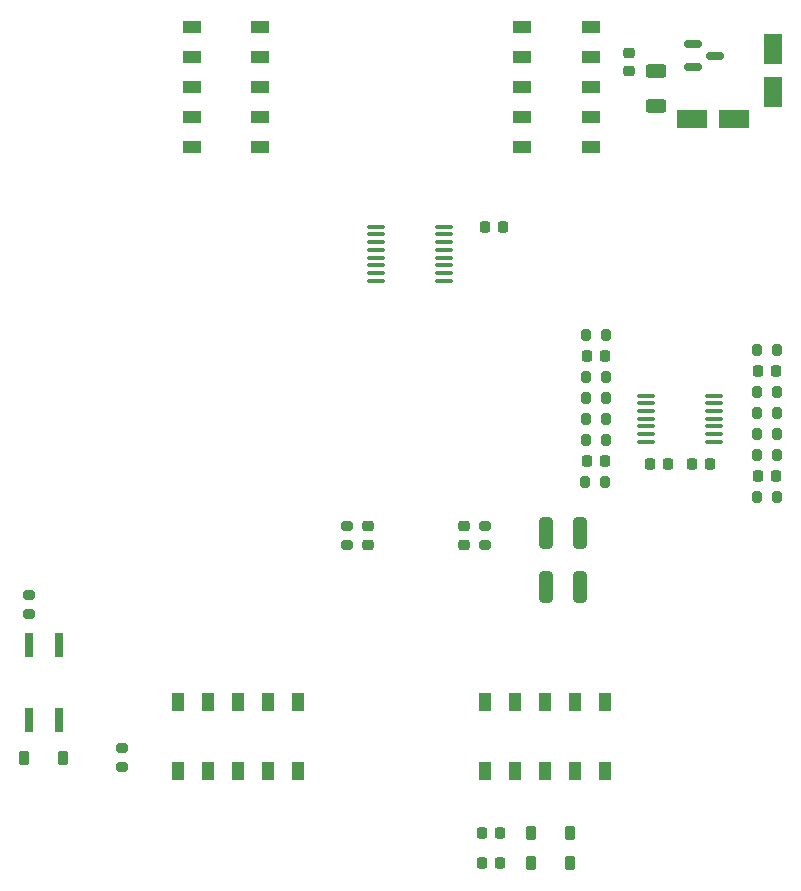
<source format=gbr>
%TF.GenerationSoftware,KiCad,Pcbnew,9.0.0*%
%TF.CreationDate,2025-03-18T19:24:19-04:00*%
%TF.ProjectId,200_Plattform,3230305f-506c-4617-9474-666f726d2e6b,A1*%
%TF.SameCoordinates,Original*%
%TF.FileFunction,Paste,Top*%
%TF.FilePolarity,Positive*%
%FSLAX45Y45*%
G04 Gerber Fmt 4.5, Leading zero omitted, Abs format (unit mm)*
G04 Created by KiCad (PCBNEW 9.0.0) date 2025-03-18 19:24:19*
%MOMM*%
%LPD*%
G01*
G04 APERTURE LIST*
G04 Aperture macros list*
%AMRoundRect*
0 Rectangle with rounded corners*
0 $1 Rounding radius*
0 $2 $3 $4 $5 $6 $7 $8 $9 X,Y pos of 4 corners*
0 Add a 4 corners polygon primitive as box body*
4,1,4,$2,$3,$4,$5,$6,$7,$8,$9,$2,$3,0*
0 Add four circle primitives for the rounded corners*
1,1,$1+$1,$2,$3*
1,1,$1+$1,$4,$5*
1,1,$1+$1,$6,$7*
1,1,$1+$1,$8,$9*
0 Add four rect primitives between the rounded corners*
20,1,$1+$1,$2,$3,$4,$5,0*
20,1,$1+$1,$4,$5,$6,$7,0*
20,1,$1+$1,$6,$7,$8,$9,0*
20,1,$1+$1,$8,$9,$2,$3,0*%
G04 Aperture macros list end*
%ADD10RoundRect,0.225000X-0.225000X-0.250000X0.225000X-0.250000X0.225000X0.250000X-0.225000X0.250000X0*%
%ADD11RoundRect,0.200000X0.200000X0.275000X-0.200000X0.275000X-0.200000X-0.275000X0.200000X-0.275000X0*%
%ADD12RoundRect,0.200000X-0.200000X-0.275000X0.200000X-0.275000X0.200000X0.275000X-0.200000X0.275000X0*%
%ADD13R,1.500000X1.000000*%
%ADD14RoundRect,0.225000X0.225000X0.375000X-0.225000X0.375000X-0.225000X-0.375000X0.225000X-0.375000X0*%
%ADD15RoundRect,0.225000X0.225000X0.250000X-0.225000X0.250000X-0.225000X-0.250000X0.225000X-0.250000X0*%
%ADD16RoundRect,0.250000X0.312500X1.075000X-0.312500X1.075000X-0.312500X-1.075000X0.312500X-1.075000X0*%
%ADD17RoundRect,0.150000X-0.587500X-0.150000X0.587500X-0.150000X0.587500X0.150000X-0.587500X0.150000X0*%
%ADD18R,1.000000X1.500000*%
%ADD19RoundRect,0.218750X0.256250X-0.218750X0.256250X0.218750X-0.256250X0.218750X-0.256250X-0.218750X0*%
%ADD20RoundRect,0.225000X-0.225000X-0.375000X0.225000X-0.375000X0.225000X0.375000X-0.225000X0.375000X0*%
%ADD21RoundRect,0.225000X0.250000X-0.225000X0.250000X0.225000X-0.250000X0.225000X-0.250000X-0.225000X0*%
%ADD22R,0.640000X2.000000*%
%ADD23RoundRect,0.200000X-0.275000X0.200000X-0.275000X-0.200000X0.275000X-0.200000X0.275000X0.200000X0*%
%ADD24RoundRect,0.250000X0.550000X-1.050000X0.550000X1.050000X-0.550000X1.050000X-0.550000X-1.050000X0*%
%ADD25RoundRect,0.250000X1.050000X0.550000X-1.050000X0.550000X-1.050000X-0.550000X1.050000X-0.550000X0*%
%ADD26RoundRect,0.100000X-0.637500X-0.100000X0.637500X-0.100000X0.637500X0.100000X-0.637500X0.100000X0*%
%ADD27RoundRect,0.200000X0.275000X-0.200000X0.275000X0.200000X-0.275000X0.200000X-0.275000X-0.200000X0*%
%ADD28RoundRect,0.250000X-0.625000X0.312500X-0.625000X-0.312500X0.625000X-0.312500X0.625000X0.312500X0*%
G04 APERTURE END LIST*
D10*
%TO.C,C4*%
X10742900Y-7899400D03*
X10897900Y-7899400D03*
%TD*%
D11*
%TO.C,R11*%
X10902900Y-8255000D03*
X10737900Y-8255000D03*
%TD*%
%TO.C,R14*%
X10902900Y-8610600D03*
X10737900Y-8610600D03*
%TD*%
D12*
%TO.C,R7*%
X9290100Y-7594600D03*
X9455100Y-7594600D03*
%TD*%
D13*
%TO.C,J13*%
X5950800Y-4990200D03*
X5950800Y-5244200D03*
X5950800Y-5498200D03*
X5950800Y-5752200D03*
X5950800Y-6006200D03*
X6530800Y-6006200D03*
X6530800Y-5752200D03*
X6530800Y-5498200D03*
X6530800Y-5244200D03*
X6530800Y-4990200D03*
%TD*%
D12*
%TO.C,R12*%
X10737900Y-8432800D03*
X10902900Y-8432800D03*
%TD*%
D14*
%TO.C,D5*%
X9156600Y-11811000D03*
X8826600Y-11811000D03*
%TD*%
D15*
%TO.C,C9*%
X8561100Y-12065000D03*
X8406100Y-12065000D03*
%TD*%
D16*
%TO.C,R3*%
X9239450Y-9728200D03*
X8946950Y-9728200D03*
%TD*%
D15*
%TO.C,C6*%
X10339100Y-8686800D03*
X10184100Y-8686800D03*
%TD*%
D17*
%TO.C,U3*%
X10193250Y-5137400D03*
X10193250Y-5327400D03*
X10380750Y-5232400D03*
%TD*%
D18*
%TO.C,J15*%
X8432800Y-11288200D03*
X8686800Y-11288200D03*
X8940800Y-11288200D03*
X9194800Y-11288200D03*
X9448800Y-11288200D03*
X9448800Y-10708200D03*
X9194800Y-10708200D03*
X8940800Y-10708200D03*
X8686800Y-10708200D03*
X8432800Y-10708200D03*
%TD*%
D19*
%TO.C,D3*%
X8255000Y-9375150D03*
X8255000Y-9217650D03*
%TD*%
D11*
%TO.C,R8*%
X9455100Y-8305800D03*
X9290100Y-8305800D03*
%TD*%
D15*
%TO.C,C2*%
X9450100Y-8661400D03*
X9295100Y-8661400D03*
%TD*%
D20*
%TO.C,D4*%
X8826600Y-12065000D03*
X9156600Y-12065000D03*
%TD*%
D11*
%TO.C,R10*%
X9455100Y-8483600D03*
X9290100Y-8483600D03*
%TD*%
D21*
%TO.C,C11*%
X9652000Y-5362000D03*
X9652000Y-5207000D03*
%TD*%
D22*
%TO.C,U1*%
X4572000Y-10856000D03*
X4826000Y-10856000D03*
X4826000Y-10226000D03*
X4572000Y-10226000D03*
%TD*%
D12*
%TO.C,R5*%
X9290100Y-7950200D03*
X9455100Y-7950200D03*
%TD*%
%TO.C,R16*%
X10737900Y-7721600D03*
X10902900Y-7721600D03*
%TD*%
D13*
%TO.C,J16*%
X8750800Y-4990200D03*
X8750800Y-5244200D03*
X8750800Y-5498200D03*
X8750800Y-5752200D03*
X8750800Y-6006200D03*
X9330800Y-6006200D03*
X9330800Y-5752200D03*
X9330800Y-5498200D03*
X9330800Y-5244200D03*
X9330800Y-4990200D03*
%TD*%
D10*
%TO.C,C10*%
X8407400Y-11811000D03*
X8562400Y-11811000D03*
%TD*%
D12*
%TO.C,R13*%
X10737900Y-8966200D03*
X10902900Y-8966200D03*
%TD*%
D11*
%TO.C,R15*%
X10902900Y-8077200D03*
X10737900Y-8077200D03*
%TD*%
D23*
%TO.C,R17*%
X7264400Y-9213900D03*
X7264400Y-9378900D03*
%TD*%
D16*
%TO.C,R4*%
X9239450Y-9271000D03*
X8946950Y-9271000D03*
%TD*%
D24*
%TO.C,C7*%
X10871200Y-5539400D03*
X10871200Y-5179400D03*
%TD*%
D25*
%TO.C,C8*%
X10543200Y-5765800D03*
X10183200Y-5765800D03*
%TD*%
D26*
%TO.C,U4*%
X7511550Y-6681300D03*
X7511550Y-6746300D03*
X7511550Y-6811300D03*
X7511550Y-6876300D03*
X7511550Y-6941300D03*
X7511550Y-7006300D03*
X7511550Y-7071300D03*
X7511550Y-7136300D03*
X8084050Y-7136300D03*
X8084050Y-7071300D03*
X8084050Y-7006300D03*
X8084050Y-6941300D03*
X8084050Y-6876300D03*
X8084050Y-6811300D03*
X8084050Y-6746300D03*
X8084050Y-6681300D03*
%TD*%
D11*
%TO.C,R6*%
X9455100Y-8128000D03*
X9290100Y-8128000D03*
%TD*%
D10*
%TO.C,C1*%
X9295100Y-7772400D03*
X9450100Y-7772400D03*
%TD*%
%TO.C,C3*%
X10742900Y-8788400D03*
X10897900Y-8788400D03*
%TD*%
D18*
%TO.C,J14*%
X5832800Y-11288200D03*
X6086800Y-11288200D03*
X6340800Y-11288200D03*
X6594800Y-11288200D03*
X6848800Y-11288200D03*
X6848800Y-10708200D03*
X6594800Y-10708200D03*
X6340800Y-10708200D03*
X6086800Y-10708200D03*
X5832800Y-10708200D03*
%TD*%
D23*
%TO.C,R18*%
X8432800Y-9213900D03*
X8432800Y-9378900D03*
%TD*%
D27*
%TO.C,R2*%
X4572000Y-9963100D03*
X4572000Y-9798100D03*
%TD*%
D26*
%TO.C,U2*%
X9797550Y-8110800D03*
X9797550Y-8175800D03*
X9797550Y-8240800D03*
X9797550Y-8305800D03*
X9797550Y-8370800D03*
X9797550Y-8435800D03*
X9797550Y-8500800D03*
X10370050Y-8500800D03*
X10370050Y-8435800D03*
X10370050Y-8370800D03*
X10370050Y-8305800D03*
X10370050Y-8240800D03*
X10370050Y-8175800D03*
X10370050Y-8110800D03*
%TD*%
D10*
%TO.C,C12*%
X8431500Y-6680200D03*
X8586500Y-6680200D03*
%TD*%
D12*
%TO.C,R9*%
X9283800Y-8839200D03*
X9448800Y-8839200D03*
%TD*%
D15*
%TO.C,C5*%
X9984800Y-8686800D03*
X9829800Y-8686800D03*
%TD*%
D28*
%TO.C,R19*%
X9880600Y-5365550D03*
X9880600Y-5658050D03*
%TD*%
D20*
%TO.C,D1*%
X4534000Y-11176000D03*
X4864000Y-11176000D03*
%TD*%
D19*
%TO.C,D2*%
X7442200Y-9375150D03*
X7442200Y-9217650D03*
%TD*%
D27*
%TO.C,R1*%
X5359400Y-11258500D03*
X5359400Y-11093500D03*
%TD*%
M02*

</source>
